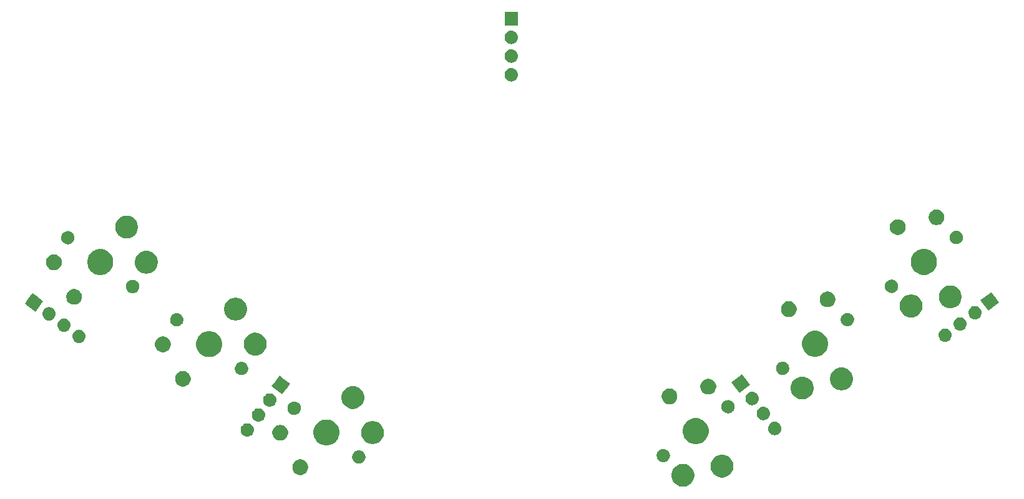
<source format=gbr>
G04 #@! TF.GenerationSoftware,KiCad,Pcbnew,(5.1.4)-1*
G04 #@! TF.CreationDate,2023-12-29T13:04:59-05:00*
G04 #@! TF.ProjectId,ThumbsUp,5468756d-6273-4557-902e-6b696361645f,rev?*
G04 #@! TF.SameCoordinates,Original*
G04 #@! TF.FileFunction,Soldermask,Top*
G04 #@! TF.FilePolarity,Negative*
%FSLAX46Y46*%
G04 Gerber Fmt 4.6, Leading zero omitted, Abs format (unit mm)*
G04 Created by KiCad (PCBNEW (5.1.4)-1) date 2023-12-29 13:04:59*
%MOMM*%
%LPD*%
G04 APERTURE LIST*
%ADD10C,0.100000*%
G04 APERTURE END LIST*
D10*
G36*
X178206214Y97177240D02*
G01*
X178356039Y97147438D01*
X178638303Y97030521D01*
X178892334Y96860783D01*
X179108370Y96644747D01*
X179278108Y96390716D01*
X179395025Y96108452D01*
X179454629Y95808802D01*
X179454629Y95503282D01*
X179395025Y95203632D01*
X179278108Y94921368D01*
X179108370Y94667337D01*
X178892334Y94451301D01*
X178638303Y94281563D01*
X178356039Y94164646D01*
X178206214Y94134844D01*
X178056390Y94105042D01*
X177750868Y94105042D01*
X177601044Y94134844D01*
X177451219Y94164646D01*
X177168955Y94281563D01*
X176914924Y94451301D01*
X176698888Y94667337D01*
X176529150Y94921368D01*
X176412233Y95203632D01*
X176352629Y95503282D01*
X176352629Y95808802D01*
X176412233Y96108452D01*
X176529150Y96390716D01*
X176698888Y96644747D01*
X176914924Y96860783D01*
X177168955Y97030521D01*
X177451219Y97147438D01*
X177601044Y97177240D01*
X177750868Y97207042D01*
X178056390Y97207042D01*
X178206214Y97177240D01*
X178206214Y97177240D01*
G37*
G36*
X183523384Y98429317D02*
G01*
X183673209Y98399515D01*
X183955473Y98282598D01*
X184209504Y98112860D01*
X184425540Y97896824D01*
X184595278Y97642793D01*
X184712195Y97360529D01*
X184771799Y97060879D01*
X184771799Y96755359D01*
X184712195Y96455709D01*
X184595278Y96173445D01*
X184425540Y95919414D01*
X184209504Y95703378D01*
X183955473Y95533640D01*
X183673209Y95416723D01*
X183523384Y95386921D01*
X183373560Y95357119D01*
X183068038Y95357119D01*
X182918214Y95386921D01*
X182768389Y95416723D01*
X182486125Y95533640D01*
X182232094Y95703378D01*
X182016058Y95919414D01*
X181846320Y96173445D01*
X181729403Y96455709D01*
X181669799Y96755359D01*
X181669799Y97060879D01*
X181729403Y97360529D01*
X181846320Y97642793D01*
X182016058Y97896824D01*
X182232094Y98112860D01*
X182486125Y98282598D01*
X182768389Y98399515D01*
X182918214Y98429317D01*
X183068038Y98459119D01*
X183373560Y98459119D01*
X183523384Y98429317D01*
X183523384Y98429317D01*
G37*
G36*
X126310522Y97784047D02*
G01*
X126504703Y97703614D01*
X126504705Y97703613D01*
X126679464Y97586843D01*
X126828084Y97438223D01*
X126879840Y97360764D01*
X126944855Y97263462D01*
X127025288Y97069281D01*
X127066291Y96863142D01*
X127066291Y96652958D01*
X127025288Y96446819D01*
X127002049Y96390716D01*
X126944854Y96252636D01*
X126828084Y96077877D01*
X126679464Y95929257D01*
X126504705Y95812487D01*
X126504704Y95812486D01*
X126504703Y95812486D01*
X126310522Y95732053D01*
X126104383Y95691050D01*
X125894199Y95691050D01*
X125688060Y95732053D01*
X125493879Y95812486D01*
X125493878Y95812486D01*
X125493877Y95812487D01*
X125319118Y95929257D01*
X125170498Y96077877D01*
X125053728Y96252636D01*
X124996533Y96390716D01*
X124973294Y96446819D01*
X124932291Y96652958D01*
X124932291Y96863142D01*
X124973294Y97069281D01*
X125053727Y97263462D01*
X125118742Y97360764D01*
X125170498Y97438223D01*
X125319118Y97586843D01*
X125493877Y97703613D01*
X125493879Y97703614D01*
X125688060Y97784047D01*
X125894199Y97825050D01*
X126104383Y97825050D01*
X126310522Y97784047D01*
X126310522Y97784047D01*
G37*
G36*
X134118447Y99044587D02*
G01*
X134205570Y99027258D01*
X134314993Y98981933D01*
X134369706Y98959270D01*
X134516428Y98861234D01*
X134517423Y98860569D01*
X134643047Y98734945D01*
X134643049Y98734942D01*
X134741748Y98587228D01*
X134741748Y98587227D01*
X134809736Y98423092D01*
X134827066Y98335969D01*
X134841941Y98261186D01*
X134844395Y98248846D01*
X134844395Y98071188D01*
X134809736Y97896942D01*
X134779957Y97825050D01*
X134741748Y97732806D01*
X134686060Y97649463D01*
X134643047Y97585089D01*
X134517423Y97459465D01*
X134517420Y97459463D01*
X134369706Y97360764D01*
X134314993Y97338101D01*
X134205570Y97292776D01*
X134118447Y97275447D01*
X134031326Y97258117D01*
X133853664Y97258117D01*
X133766543Y97275447D01*
X133679420Y97292776D01*
X133569997Y97338101D01*
X133515284Y97360764D01*
X133367570Y97459463D01*
X133367567Y97459465D01*
X133241943Y97585089D01*
X133198930Y97649463D01*
X133143242Y97732806D01*
X133105033Y97825050D01*
X133075254Y97896942D01*
X133040595Y98071188D01*
X133040595Y98248846D01*
X133043050Y98261186D01*
X133057925Y98335969D01*
X133075254Y98423092D01*
X133143242Y98587227D01*
X133143242Y98587228D01*
X133241941Y98734942D01*
X133241943Y98734945D01*
X133367567Y98860569D01*
X133368562Y98861234D01*
X133515284Y98959270D01*
X133569997Y98981933D01*
X133679420Y99027258D01*
X133766543Y99044588D01*
X133853664Y99061917D01*
X134031326Y99061917D01*
X134118447Y99044587D01*
X134118447Y99044587D01*
G37*
G36*
X175423457Y99234587D02*
G01*
X175510580Y99217258D01*
X175620003Y99171933D01*
X175674716Y99149270D01*
X175805449Y99061917D01*
X175822433Y99050569D01*
X175948057Y98924945D01*
X175948059Y98924942D01*
X176046758Y98777228D01*
X176046758Y98777227D01*
X176114746Y98613092D01*
X176132075Y98525969D01*
X176149405Y98438848D01*
X176149405Y98261186D01*
X176146950Y98248846D01*
X176114746Y98086942D01*
X176069421Y97977519D01*
X176046758Y97922806D01*
X175954042Y97784046D01*
X175948057Y97775089D01*
X175822433Y97649465D01*
X175822430Y97649463D01*
X175674716Y97550764D01*
X175620003Y97528101D01*
X175510580Y97482776D01*
X175423457Y97465447D01*
X175336336Y97448117D01*
X175158674Y97448117D01*
X175071553Y97465447D01*
X174984430Y97482776D01*
X174875007Y97528101D01*
X174820294Y97550764D01*
X174672580Y97649463D01*
X174672577Y97649465D01*
X174546953Y97775089D01*
X174540968Y97784046D01*
X174448252Y97922806D01*
X174425589Y97977519D01*
X174380264Y98086942D01*
X174348060Y98248846D01*
X174345605Y98261186D01*
X174345605Y98438848D01*
X174362935Y98525969D01*
X174380264Y98613092D01*
X174448252Y98777227D01*
X174448252Y98777228D01*
X174546951Y98924942D01*
X174546953Y98924945D01*
X174672577Y99050569D01*
X174689561Y99061917D01*
X174820294Y99149270D01*
X174875007Y99171933D01*
X174984430Y99217258D01*
X175071553Y99234587D01*
X175158674Y99251917D01*
X175336336Y99251917D01*
X175423457Y99234587D01*
X175423457Y99234587D01*
G37*
G36*
X130064976Y103167653D02*
G01*
X130386276Y103034566D01*
X130386278Y103034565D01*
X130675440Y102841353D01*
X130921353Y102595440D01*
X131104359Y102321553D01*
X131114566Y102306276D01*
X131247653Y101984976D01*
X131315500Y101643888D01*
X131315500Y101296112D01*
X131247653Y100955024D01*
X131168564Y100764087D01*
X131114565Y100633722D01*
X130921353Y100344560D01*
X130675440Y100098647D01*
X130386278Y99905435D01*
X130386277Y99905434D01*
X130386276Y99905434D01*
X130064976Y99772347D01*
X129723888Y99704500D01*
X129376112Y99704500D01*
X129035024Y99772347D01*
X128713724Y99905434D01*
X128713723Y99905434D01*
X128713722Y99905435D01*
X128424560Y100098647D01*
X128178647Y100344560D01*
X127985435Y100633722D01*
X127931436Y100764087D01*
X127852347Y100955024D01*
X127784500Y101296112D01*
X127784500Y101643888D01*
X127852347Y101984976D01*
X127985434Y102306276D01*
X127995642Y102321553D01*
X128178647Y102595440D01*
X128424560Y102841353D01*
X128713722Y103034565D01*
X128713724Y103034566D01*
X129035024Y103167653D01*
X129376112Y103235500D01*
X129723888Y103235500D01*
X130064976Y103167653D01*
X130064976Y103167653D01*
G37*
G36*
X180154976Y103357653D02*
G01*
X180449879Y103235500D01*
X180476278Y103224565D01*
X180765440Y103031353D01*
X181011353Y102785440D01*
X181188610Y102520157D01*
X181204566Y102496276D01*
X181337653Y102174976D01*
X181405500Y101833888D01*
X181405500Y101486112D01*
X181337653Y101145024D01*
X181270176Y100982121D01*
X181204565Y100823722D01*
X181011353Y100534560D01*
X180765440Y100288647D01*
X180476278Y100095435D01*
X180476277Y100095434D01*
X180476276Y100095434D01*
X180154976Y99962347D01*
X179813888Y99894500D01*
X179466112Y99894500D01*
X179125024Y99962347D01*
X178803724Y100095434D01*
X178803723Y100095434D01*
X178803722Y100095435D01*
X178514560Y100288647D01*
X178268647Y100534560D01*
X178075435Y100823722D01*
X178009824Y100982121D01*
X177942347Y101145024D01*
X177874500Y101486112D01*
X177874500Y101833888D01*
X177942347Y102174976D01*
X178075434Y102496276D01*
X178091391Y102520157D01*
X178268647Y102785440D01*
X178514560Y103031353D01*
X178803722Y103224565D01*
X178830121Y103235500D01*
X179125024Y103357653D01*
X179466112Y103425500D01*
X179813888Y103425500D01*
X180154976Y103357653D01*
X180154976Y103357653D01*
G37*
G36*
X136102569Y102977006D02*
G01*
X136252394Y102947204D01*
X136534658Y102830287D01*
X136788689Y102660549D01*
X137004725Y102444513D01*
X137174463Y102190482D01*
X137274208Y101949674D01*
X137291380Y101908217D01*
X137350984Y101608569D01*
X137350984Y101303047D01*
X137343294Y101264388D01*
X137291380Y101003398D01*
X137174463Y100721134D01*
X137004725Y100467103D01*
X136788689Y100251067D01*
X136534658Y100081329D01*
X136252394Y99964412D01*
X136102569Y99934610D01*
X135952745Y99904808D01*
X135647223Y99904808D01*
X135497399Y99934610D01*
X135347574Y99964412D01*
X135065310Y100081329D01*
X134811279Y100251067D01*
X134595243Y100467103D01*
X134425505Y100721134D01*
X134308588Y101003398D01*
X134256674Y101264388D01*
X134248984Y101303047D01*
X134248984Y101608569D01*
X134308588Y101908217D01*
X134325760Y101949674D01*
X134425505Y102190482D01*
X134595243Y102444513D01*
X134811279Y102660549D01*
X135065310Y102830287D01*
X135347574Y102947204D01*
X135497399Y102977006D01*
X135647223Y103006808D01*
X135952745Y103006808D01*
X136102569Y102977006D01*
X136102569Y102977006D01*
G37*
G36*
X123581156Y102470257D02*
G01*
X123775337Y102389824D01*
X123775339Y102389823D01*
X123950098Y102273053D01*
X124098718Y102124433D01*
X124191899Y101984977D01*
X124215489Y101949672D01*
X124295922Y101755491D01*
X124336925Y101549352D01*
X124336925Y101339168D01*
X124295922Y101133029D01*
X124233414Y100982122D01*
X124215488Y100938846D01*
X124098718Y100764087D01*
X123950098Y100615467D01*
X123775339Y100498697D01*
X123775338Y100498696D01*
X123775337Y100498696D01*
X123581156Y100418263D01*
X123375017Y100377260D01*
X123164833Y100377260D01*
X122958694Y100418263D01*
X122764513Y100498696D01*
X122764512Y100498696D01*
X122764511Y100498697D01*
X122589752Y100615467D01*
X122441132Y100764087D01*
X122324362Y100938846D01*
X122306436Y100982122D01*
X122243928Y101133029D01*
X122202925Y101339168D01*
X122202925Y101549352D01*
X122243928Y101755491D01*
X122324361Y101949672D01*
X122347951Y101984977D01*
X122441132Y102124433D01*
X122589752Y102273053D01*
X122764511Y102389823D01*
X122764513Y102389824D01*
X122958694Y102470257D01*
X123164833Y102511260D01*
X123375017Y102511260D01*
X123581156Y102470257D01*
X123581156Y102470257D01*
G37*
G36*
X118914726Y102713046D02*
G01*
X118980911Y102706527D01*
X119150750Y102655007D01*
X119307275Y102571342D01*
X119343013Y102542012D01*
X119444470Y102458750D01*
X119522530Y102363632D01*
X119557062Y102321555D01*
X119640727Y102165030D01*
X119692247Y101995191D01*
X119709643Y101818564D01*
X119692247Y101641937D01*
X119640727Y101472098D01*
X119557062Y101315573D01*
X119527732Y101279835D01*
X119444470Y101178378D01*
X119368663Y101116166D01*
X119307275Y101065786D01*
X119150750Y100982121D01*
X118980911Y100930601D01*
X118914726Y100924082D01*
X118848544Y100917564D01*
X118760024Y100917564D01*
X118693841Y100924083D01*
X118627657Y100930601D01*
X118457818Y100982121D01*
X118301293Y101065786D01*
X118239905Y101116166D01*
X118164098Y101178378D01*
X118080836Y101279835D01*
X118051506Y101315573D01*
X117967841Y101472098D01*
X117916321Y101641937D01*
X117898925Y101818564D01*
X117916321Y101995191D01*
X117967841Y102165030D01*
X118051506Y102321555D01*
X118086038Y102363632D01*
X118164098Y102458750D01*
X118265555Y102542012D01*
X118301293Y102571342D01*
X118457818Y102655007D01*
X118627657Y102706527D01*
X118693842Y102713046D01*
X118760024Y102719564D01*
X118848544Y102719564D01*
X118914726Y102713046D01*
X118914726Y102713046D01*
G37*
G36*
X190474086Y102911647D02*
G01*
X190540270Y102905129D01*
X190710109Y102853609D01*
X190866634Y102769944D01*
X190902372Y102740614D01*
X191003829Y102657352D01*
X191087091Y102555895D01*
X191116421Y102520157D01*
X191200086Y102363632D01*
X191251606Y102193793D01*
X191269002Y102017166D01*
X191251606Y101840539D01*
X191225807Y101755492D01*
X191200085Y101670698D01*
X191158254Y101592438D01*
X191116421Y101514175D01*
X191093391Y101486113D01*
X191003829Y101376980D01*
X190929003Y101315573D01*
X190866634Y101264388D01*
X190710109Y101180723D01*
X190540270Y101129203D01*
X190474085Y101122684D01*
X190407903Y101116166D01*
X190319383Y101116166D01*
X190253200Y101122685D01*
X190187016Y101129203D01*
X190017177Y101180723D01*
X189860652Y101264388D01*
X189798283Y101315573D01*
X189723457Y101376980D01*
X189633895Y101486113D01*
X189610865Y101514175D01*
X189569032Y101592438D01*
X189527201Y101670698D01*
X189501479Y101755492D01*
X189475680Y101840539D01*
X189458284Y102017166D01*
X189475680Y102193793D01*
X189527200Y102363632D01*
X189610865Y102520157D01*
X189640195Y102555895D01*
X189723457Y102657352D01*
X189824914Y102740614D01*
X189860652Y102769944D01*
X190017177Y102853609D01*
X190187016Y102905129D01*
X190253201Y102911648D01*
X190319383Y102918166D01*
X190407903Y102918166D01*
X190474086Y102911647D01*
X190474086Y102911647D01*
G37*
G36*
X120443336Y104741581D02*
G01*
X120509521Y104735062D01*
X120679360Y104683542D01*
X120835885Y104599877D01*
X120871623Y104570547D01*
X120973080Y104487285D01*
X121051140Y104392167D01*
X121085672Y104350090D01*
X121169337Y104193565D01*
X121220857Y104023726D01*
X121238253Y103847099D01*
X121220857Y103670472D01*
X121169337Y103500633D01*
X121085672Y103344108D01*
X121056342Y103308370D01*
X120973080Y103206913D01*
X120897273Y103144701D01*
X120835885Y103094321D01*
X120679360Y103010656D01*
X120509521Y102959136D01*
X120443337Y102952618D01*
X120377154Y102946099D01*
X120288634Y102946099D01*
X120222452Y102952617D01*
X120156267Y102959136D01*
X119986428Y103010656D01*
X119829903Y103094321D01*
X119768515Y103144701D01*
X119692708Y103206913D01*
X119609446Y103308370D01*
X119580116Y103344108D01*
X119496451Y103500633D01*
X119444931Y103670472D01*
X119427535Y103847099D01*
X119444931Y104023726D01*
X119496451Y104193565D01*
X119580116Y104350090D01*
X119614648Y104392167D01*
X119692708Y104487285D01*
X119794165Y104570547D01*
X119829903Y104599877D01*
X119986428Y104683542D01*
X120156267Y104735062D01*
X120222452Y104741581D01*
X120288634Y104748099D01*
X120377154Y104748099D01*
X120443336Y104741581D01*
X120443336Y104741581D01*
G37*
G36*
X188945475Y104940183D02*
G01*
X189011660Y104933664D01*
X189181499Y104882144D01*
X189181501Y104882143D01*
X189206441Y104868812D01*
X189338024Y104798479D01*
X189373762Y104769149D01*
X189475219Y104685887D01*
X189558481Y104584430D01*
X189587811Y104548692D01*
X189671476Y104392167D01*
X189722996Y104222328D01*
X189740392Y104045701D01*
X189722996Y103869074D01*
X189671476Y103699235D01*
X189587811Y103542710D01*
X189558481Y103506972D01*
X189475219Y103405515D01*
X189400393Y103344108D01*
X189338024Y103292923D01*
X189181499Y103209258D01*
X189011660Y103157738D01*
X188945476Y103151220D01*
X188879293Y103144701D01*
X188790773Y103144701D01*
X188724590Y103151220D01*
X188658406Y103157738D01*
X188488567Y103209258D01*
X188332042Y103292923D01*
X188269673Y103344108D01*
X188194847Y103405515D01*
X188111585Y103506972D01*
X188082255Y103542710D01*
X187998590Y103699235D01*
X187947070Y103869074D01*
X187929674Y104045701D01*
X187947070Y104222328D01*
X187998590Y104392167D01*
X188082255Y104548692D01*
X188111585Y104584430D01*
X188194847Y104685887D01*
X188296304Y104769149D01*
X188332042Y104798479D01*
X188463625Y104868812D01*
X188488565Y104882143D01*
X188488567Y104882144D01*
X188658406Y104933664D01*
X188724591Y104940183D01*
X188790773Y104946701D01*
X188879293Y104946701D01*
X188945475Y104940183D01*
X188945475Y104940183D01*
G37*
G36*
X125333457Y105664554D02*
G01*
X125420580Y105647224D01*
X125530003Y105601899D01*
X125584716Y105579236D01*
X125722445Y105487209D01*
X125732433Y105480535D01*
X125858057Y105354911D01*
X125858059Y105354908D01*
X125956758Y105207194D01*
X125956758Y105207193D01*
X126024746Y105043058D01*
X126024746Y105043056D01*
X126059405Y104868814D01*
X126059405Y104691152D01*
X126057891Y104683542D01*
X126024746Y104516908D01*
X126012475Y104487284D01*
X125956758Y104352772D01*
X125901070Y104269429D01*
X125858057Y104205055D01*
X125732433Y104079431D01*
X125732430Y104079429D01*
X125584716Y103980730D01*
X125530003Y103958067D01*
X125420580Y103912742D01*
X125333457Y103895413D01*
X125246336Y103878083D01*
X125068674Y103878083D01*
X124981553Y103895413D01*
X124894430Y103912742D01*
X124785007Y103958067D01*
X124730294Y103980730D01*
X124582580Y104079429D01*
X124582577Y104079431D01*
X124456953Y104205055D01*
X124413940Y104269429D01*
X124358252Y104352772D01*
X124302535Y104487284D01*
X124290264Y104516908D01*
X124257119Y104683542D01*
X124255605Y104691152D01*
X124255605Y104868814D01*
X124290264Y105043056D01*
X124290264Y105043058D01*
X124358252Y105207193D01*
X124358252Y105207194D01*
X124456951Y105354908D01*
X124456953Y105354911D01*
X124582577Y105480535D01*
X124592565Y105487209D01*
X124730294Y105579236D01*
X124785007Y105601899D01*
X124894430Y105647224D01*
X124981553Y105664554D01*
X125068674Y105681883D01*
X125246336Y105681883D01*
X125333457Y105664554D01*
X125333457Y105664554D01*
G37*
G36*
X184208447Y105854553D02*
G01*
X184295570Y105837224D01*
X184404993Y105791899D01*
X184459706Y105769236D01*
X184564810Y105699008D01*
X184607423Y105670535D01*
X184733047Y105544911D01*
X184733049Y105544908D01*
X184831748Y105397194D01*
X184831748Y105397193D01*
X184899736Y105233058D01*
X184909042Y105186272D01*
X184934395Y105058814D01*
X184934395Y104881152D01*
X184917950Y104798480D01*
X184899736Y104706908D01*
X184855402Y104599878D01*
X184831748Y104542772D01*
X184794672Y104487284D01*
X184733047Y104395055D01*
X184607423Y104269431D01*
X184607420Y104269429D01*
X184459706Y104170730D01*
X184404993Y104148067D01*
X184295570Y104102742D01*
X184208447Y104085412D01*
X184121326Y104068083D01*
X183943664Y104068083D01*
X183856543Y104085413D01*
X183769420Y104102742D01*
X183659997Y104148067D01*
X183605284Y104170730D01*
X183457570Y104269429D01*
X183457567Y104269431D01*
X183331943Y104395055D01*
X183270318Y104487284D01*
X183233242Y104542772D01*
X183209588Y104599878D01*
X183165254Y104706908D01*
X183147040Y104798480D01*
X183130595Y104881152D01*
X183130595Y105058814D01*
X183155948Y105186272D01*
X183165254Y105233058D01*
X183233242Y105397193D01*
X183233242Y105397194D01*
X183331941Y105544908D01*
X183331943Y105544911D01*
X183457567Y105670535D01*
X183500180Y105699008D01*
X183605284Y105769236D01*
X183659997Y105791899D01*
X183769420Y105837224D01*
X183856543Y105854553D01*
X183943664Y105871883D01*
X184121326Y105871883D01*
X184208447Y105854553D01*
X184208447Y105854553D01*
G37*
G36*
X133433384Y107743079D02*
G01*
X133583209Y107713277D01*
X133865473Y107596360D01*
X134119504Y107426622D01*
X134335540Y107210586D01*
X134505278Y106956555D01*
X134622195Y106674291D01*
X134681799Y106374641D01*
X134681799Y106069121D01*
X134622195Y105769471D01*
X134505278Y105487207D01*
X134335540Y105233176D01*
X134119504Y105017140D01*
X133865473Y104847402D01*
X133583209Y104730485D01*
X133464689Y104706910D01*
X133283560Y104670881D01*
X132978038Y104670881D01*
X132796909Y104706910D01*
X132678389Y104730485D01*
X132396125Y104847402D01*
X132142094Y105017140D01*
X131926058Y105233176D01*
X131756320Y105487207D01*
X131639403Y105769471D01*
X131579799Y106069121D01*
X131579799Y106374641D01*
X131639403Y106674291D01*
X131756320Y106956555D01*
X131926058Y107210586D01*
X132142094Y107426622D01*
X132396125Y107596360D01*
X132678389Y107713277D01*
X132828214Y107743079D01*
X132978038Y107772881D01*
X133283560Y107772881D01*
X133433384Y107743079D01*
X133433384Y107743079D01*
G37*
G36*
X121971946Y106770115D02*
G01*
X122038131Y106763596D01*
X122207970Y106712076D01*
X122364495Y106628411D01*
X122400233Y106599081D01*
X122501690Y106515819D01*
X122579750Y106420701D01*
X122614282Y106378624D01*
X122697947Y106222099D01*
X122749467Y106052260D01*
X122766863Y105875633D01*
X122749467Y105699006D01*
X122697947Y105529167D01*
X122614282Y105372642D01*
X122592379Y105345953D01*
X122501690Y105235447D01*
X122425883Y105173235D01*
X122364495Y105122855D01*
X122364493Y105122854D01*
X122215207Y105043058D01*
X122207970Y105039190D01*
X122038131Y104987670D01*
X121971946Y104981151D01*
X121905764Y104974633D01*
X121817244Y104974633D01*
X121751062Y104981151D01*
X121684877Y104987670D01*
X121515038Y105039190D01*
X121507802Y105043058D01*
X121358515Y105122854D01*
X121358513Y105122855D01*
X121297125Y105173235D01*
X121221318Y105235447D01*
X121130629Y105345953D01*
X121108726Y105372642D01*
X121025061Y105529167D01*
X120973541Y105699006D01*
X120956145Y105875633D01*
X120973541Y106052260D01*
X121025061Y106222099D01*
X121108726Y106378624D01*
X121143258Y106420701D01*
X121221318Y106515819D01*
X121322775Y106599081D01*
X121358513Y106628411D01*
X121515038Y106712076D01*
X121684877Y106763596D01*
X121751062Y106770115D01*
X121817244Y106776633D01*
X121905764Y106776633D01*
X121971946Y106770115D01*
X121971946Y106770115D01*
G37*
G36*
X187416866Y106968716D02*
G01*
X187483050Y106962198D01*
X187652889Y106910678D01*
X187809414Y106827013D01*
X187845152Y106797683D01*
X187946609Y106714421D01*
X188029871Y106612964D01*
X188059201Y106577226D01*
X188142866Y106420701D01*
X188194386Y106250862D01*
X188211782Y106074235D01*
X188194386Y105897608D01*
X188142866Y105727769D01*
X188059201Y105571244D01*
X188037590Y105544911D01*
X187946609Y105434049D01*
X187871783Y105372642D01*
X187809414Y105321457D01*
X187652889Y105237792D01*
X187483050Y105186272D01*
X187416865Y105179753D01*
X187350683Y105173235D01*
X187262163Y105173235D01*
X187195980Y105179754D01*
X187129796Y105186272D01*
X186959957Y105237792D01*
X186803432Y105321457D01*
X186741063Y105372642D01*
X186666237Y105434049D01*
X186575256Y105544911D01*
X186553645Y105571244D01*
X186469980Y105727769D01*
X186418460Y105897608D01*
X186401064Y106074235D01*
X186418460Y106250862D01*
X186469980Y106420701D01*
X186553645Y106577226D01*
X186582975Y106612964D01*
X186666237Y106714421D01*
X186767694Y106797683D01*
X186803432Y106827013D01*
X186959957Y106910678D01*
X187129796Y106962198D01*
X187195980Y106968716D01*
X187262163Y106975235D01*
X187350683Y106975235D01*
X187416866Y106968716D01*
X187416866Y106968716D01*
G37*
G36*
X176400522Y107397947D02*
G01*
X176594703Y107317514D01*
X176594705Y107317513D01*
X176769464Y107200743D01*
X176918084Y107052123D01*
X177012594Y106910678D01*
X177034855Y106877362D01*
X177115288Y106683181D01*
X177156291Y106477042D01*
X177156291Y106266858D01*
X177115288Y106060719D01*
X177038622Y105875633D01*
X177034854Y105866536D01*
X176918084Y105691777D01*
X176769464Y105543157D01*
X176594705Y105426387D01*
X176594704Y105426386D01*
X176594703Y105426386D01*
X176400522Y105345953D01*
X176194383Y105304950D01*
X175984199Y105304950D01*
X175778060Y105345953D01*
X175583879Y105426386D01*
X175583878Y105426386D01*
X175583877Y105426387D01*
X175409118Y105543157D01*
X175260498Y105691777D01*
X175143728Y105866536D01*
X175139960Y105875633D01*
X175063294Y106060719D01*
X175022291Y106266858D01*
X175022291Y106477042D01*
X175063294Y106683181D01*
X175143727Y106877362D01*
X175165988Y106910678D01*
X175260498Y107052123D01*
X175409118Y107200743D01*
X175583877Y107317513D01*
X175583879Y107317514D01*
X175778060Y107397947D01*
X175984199Y107438950D01*
X176194383Y107438950D01*
X176400522Y107397947D01*
X176400522Y107397947D01*
G37*
G36*
X194401245Y109018601D02*
G01*
X194551070Y108988799D01*
X194833334Y108871882D01*
X195087365Y108702144D01*
X195303401Y108486108D01*
X195473139Y108232077D01*
X195590056Y107949813D01*
X195649660Y107650163D01*
X195649660Y107344643D01*
X195590056Y107044993D01*
X195473139Y106762729D01*
X195303401Y106508698D01*
X195087365Y106292662D01*
X194833334Y106122924D01*
X194551070Y106006007D01*
X194401245Y105976205D01*
X194251421Y105946403D01*
X193945899Y105946403D01*
X193796075Y105976205D01*
X193646250Y106006007D01*
X193363986Y106122924D01*
X193109955Y106292662D01*
X192893919Y106508698D01*
X192724181Y106762729D01*
X192607264Y107044993D01*
X192547660Y107344643D01*
X192547660Y107650163D01*
X192607264Y107949813D01*
X192724181Y108232077D01*
X192893919Y108486108D01*
X193109955Y108702144D01*
X193363986Y108871882D01*
X193646250Y108988799D01*
X193796075Y109018601D01*
X193945899Y109048403D01*
X194251421Y109048403D01*
X194401245Y109018601D01*
X194401245Y109018601D01*
G37*
G36*
X181657511Y108729887D02*
G01*
X181846221Y108651720D01*
X181851694Y108649453D01*
X182026453Y108532683D01*
X182175073Y108384063D01*
X182276628Y108232075D01*
X182291844Y108209302D01*
X182372277Y108015121D01*
X182413280Y107808982D01*
X182413280Y107598798D01*
X182372277Y107392659D01*
X182296859Y107210586D01*
X182291843Y107198476D01*
X182175073Y107023717D01*
X182026453Y106875097D01*
X181851694Y106758327D01*
X181851693Y106758326D01*
X181851692Y106758326D01*
X181657511Y106677893D01*
X181451372Y106636890D01*
X181241188Y106636890D01*
X181035049Y106677893D01*
X180840868Y106758326D01*
X180840867Y106758326D01*
X180840866Y106758327D01*
X180666107Y106875097D01*
X180517487Y107023717D01*
X180400717Y107198476D01*
X180395701Y107210586D01*
X180320283Y107392659D01*
X180279280Y107598798D01*
X180279280Y107808982D01*
X180320283Y108015121D01*
X180400716Y108209302D01*
X180415932Y108232075D01*
X180517487Y108384063D01*
X180666107Y108532683D01*
X180840866Y108649453D01*
X180846339Y108651720D01*
X181035049Y108729887D01*
X181241188Y108770890D01*
X181451372Y108770890D01*
X181657511Y108729887D01*
X181657511Y108729887D01*
G37*
G36*
X123791484Y108729887D02*
G01*
X124651920Y108081503D01*
X124651920Y108081502D01*
X124288178Y107598800D01*
X123567450Y106642361D01*
X123567449Y106642361D01*
X122826451Y107200743D01*
X122128308Y107726831D01*
X122128308Y107726832D01*
X122594337Y108345273D01*
X123212778Y109165973D01*
X123212779Y109165973D01*
X123791484Y108729887D01*
X123791484Y108729887D01*
G37*
G36*
X186533769Y108596719D02*
G01*
X187039619Y107925434D01*
X187039619Y107925433D01*
X186339619Y107397946D01*
X185600478Y106840963D01*
X185600477Y106840963D01*
X184764900Y107949812D01*
X184516007Y108280104D01*
X184516007Y108280105D01*
X185535574Y109048403D01*
X185955148Y109364575D01*
X185955149Y109364575D01*
X186533769Y108596719D01*
X186533769Y108596719D01*
G37*
G36*
X199718415Y110270678D02*
G01*
X199868240Y110240876D01*
X200150504Y110123959D01*
X200404535Y109954221D01*
X200620571Y109738185D01*
X200790309Y109484154D01*
X200907226Y109201890D01*
X200966830Y108902240D01*
X200966830Y108596720D01*
X200907226Y108297070D01*
X200790309Y108014806D01*
X200620571Y107760775D01*
X200404535Y107544739D01*
X200150504Y107375001D01*
X199868240Y107258084D01*
X199718415Y107228282D01*
X199568591Y107198480D01*
X199263069Y107198480D01*
X199113245Y107228282D01*
X198963420Y107258084D01*
X198681156Y107375001D01*
X198427125Y107544739D01*
X198211089Y107760775D01*
X198041351Y108014806D01*
X197924434Y108297070D01*
X197864830Y108596720D01*
X197864830Y108902240D01*
X197924434Y109201890D01*
X198041351Y109484154D01*
X198211089Y109738185D01*
X198427125Y109954221D01*
X198681156Y110123959D01*
X198963420Y110240876D01*
X199113245Y110270678D01*
X199263069Y110300480D01*
X199568591Y110300480D01*
X199718415Y110270678D01*
X199718415Y110270678D01*
G37*
G36*
X110387786Y109782807D02*
G01*
X110581967Y109702374D01*
X110581969Y109702373D01*
X110756728Y109585603D01*
X110905348Y109436983D01*
X110935321Y109392125D01*
X111022119Y109262222D01*
X111102552Y109068041D01*
X111143555Y108861902D01*
X111143555Y108651718D01*
X111102552Y108445579D01*
X111022119Y108251398D01*
X111022118Y108251396D01*
X110905348Y108076637D01*
X110756728Y107928017D01*
X110581969Y107811247D01*
X110581968Y107811246D01*
X110581967Y107811246D01*
X110387786Y107730813D01*
X110181647Y107689810D01*
X109971463Y107689810D01*
X109765324Y107730813D01*
X109571143Y107811246D01*
X109571142Y107811246D01*
X109571141Y107811247D01*
X109396382Y107928017D01*
X109247762Y108076637D01*
X109130992Y108251396D01*
X109130991Y108251398D01*
X109050558Y108445579D01*
X109009555Y108651718D01*
X109009555Y108861902D01*
X109050558Y109068041D01*
X109130991Y109262222D01*
X109217789Y109392125D01*
X109247762Y109436983D01*
X109396382Y109585603D01*
X109571141Y109702373D01*
X109571143Y109702374D01*
X109765324Y109782807D01*
X109971463Y109823810D01*
X110181647Y109823810D01*
X110387786Y109782807D01*
X110387786Y109782807D01*
G37*
G36*
X118195711Y111043348D02*
G01*
X118282834Y111026018D01*
X118368264Y110990631D01*
X118446970Y110958030D01*
X118545893Y110891932D01*
X118594687Y110859329D01*
X118720311Y110733705D01*
X118720313Y110733702D01*
X118819012Y110585988D01*
X118819012Y110585987D01*
X118887000Y110421852D01*
X118887000Y110421850D01*
X118915175Y110280207D01*
X118921659Y110247606D01*
X118921659Y110069948D01*
X118887000Y109895702D01*
X118857221Y109823810D01*
X118819012Y109731566D01*
X118742096Y109616453D01*
X118720311Y109583849D01*
X118594687Y109458225D01*
X118594684Y109458223D01*
X118446970Y109359524D01*
X118392257Y109336861D01*
X118282834Y109291536D01*
X118195711Y109274206D01*
X118108590Y109256877D01*
X117930928Y109256877D01*
X117843807Y109274206D01*
X117756684Y109291536D01*
X117647261Y109336861D01*
X117592548Y109359524D01*
X117444834Y109458223D01*
X117444831Y109458225D01*
X117319207Y109583849D01*
X117297422Y109616453D01*
X117220506Y109731566D01*
X117182297Y109823810D01*
X117152518Y109895702D01*
X117117859Y110069948D01*
X117117859Y110247606D01*
X117124344Y110280207D01*
X117152518Y110421850D01*
X117152518Y110421852D01*
X117220506Y110585987D01*
X117220506Y110585988D01*
X117319205Y110733702D01*
X117319207Y110733705D01*
X117444831Y110859329D01*
X117493625Y110891932D01*
X117592548Y110958030D01*
X117671254Y110990631D01*
X117756684Y111026018D01*
X117843807Y111043348D01*
X117930928Y111060677D01*
X118108590Y111060677D01*
X118195711Y111043348D01*
X118195711Y111043348D01*
G37*
G36*
X191618488Y111075949D02*
G01*
X191705611Y111058619D01*
X191815034Y111013294D01*
X191869747Y110990631D01*
X192016469Y110892595D01*
X192017464Y110891930D01*
X192143088Y110766306D01*
X192143090Y110766303D01*
X192241789Y110618589D01*
X192241789Y110618588D01*
X192309777Y110454453D01*
X192316262Y110421850D01*
X192344436Y110280209D01*
X192344436Y110102547D01*
X192337951Y110069946D01*
X192309777Y109928303D01*
X192266494Y109823810D01*
X192241789Y109764167D01*
X192143753Y109617445D01*
X192143088Y109616450D01*
X192017464Y109490826D01*
X192017461Y109490824D01*
X191869747Y109392125D01*
X191815034Y109369462D01*
X191705611Y109324137D01*
X191618488Y109306808D01*
X191531367Y109289478D01*
X191353705Y109289478D01*
X191266584Y109306808D01*
X191179461Y109324137D01*
X191070038Y109369462D01*
X191015325Y109392125D01*
X190867611Y109490824D01*
X190867608Y109490826D01*
X190741984Y109616450D01*
X190741319Y109617445D01*
X190643283Y109764167D01*
X190618578Y109823810D01*
X190575295Y109928303D01*
X190547121Y110069946D01*
X190540636Y110102547D01*
X190540636Y110280209D01*
X190568810Y110421850D01*
X190575295Y110454453D01*
X190643283Y110618588D01*
X190643283Y110618589D01*
X190741982Y110766303D01*
X190741984Y110766306D01*
X190867608Y110891930D01*
X190868603Y110892595D01*
X191015325Y110990631D01*
X191070038Y111013294D01*
X191179461Y111058619D01*
X191266584Y111075949D01*
X191353705Y111093278D01*
X191531367Y111093278D01*
X191618488Y111075949D01*
X191618488Y111075949D01*
G37*
G36*
X114142240Y115166413D02*
G01*
X114463540Y115033326D01*
X114463542Y115033325D01*
X114752704Y114840113D01*
X114998617Y114594200D01*
X115171391Y114335626D01*
X115191830Y114305036D01*
X115324917Y113983736D01*
X115392764Y113642648D01*
X115392764Y113294872D01*
X115324917Y112953784D01*
X115245828Y112762847D01*
X115191829Y112632482D01*
X114998617Y112343320D01*
X114752704Y112097407D01*
X114463542Y111904195D01*
X114463541Y111904194D01*
X114463540Y111904194D01*
X114142240Y111771107D01*
X113801152Y111703260D01*
X113453376Y111703260D01*
X113112288Y111771107D01*
X112790988Y111904194D01*
X112790987Y111904194D01*
X112790986Y111904195D01*
X112501824Y112097407D01*
X112255911Y112343320D01*
X112062699Y112632482D01*
X112008700Y112762847D01*
X111929611Y112953784D01*
X111861764Y113294872D01*
X111861764Y113642648D01*
X111929611Y113983736D01*
X112062698Y114305036D01*
X112083138Y114335626D01*
X112255911Y114594200D01*
X112501824Y114840113D01*
X112790986Y115033325D01*
X112790988Y115033326D01*
X113112288Y115166413D01*
X113453376Y115234260D01*
X113801152Y115234260D01*
X114142240Y115166413D01*
X114142240Y115166413D01*
G37*
G36*
X196350007Y115199014D02*
G01*
X196671307Y115065927D01*
X196671309Y115065926D01*
X196960471Y114872714D01*
X197206384Y114626801D01*
X197365556Y114388584D01*
X197399597Y114337637D01*
X197532684Y114016337D01*
X197600531Y113675249D01*
X197600531Y113327473D01*
X197532684Y112986385D01*
X197399597Y112665085D01*
X197399596Y112665083D01*
X197206384Y112375921D01*
X196960471Y112130008D01*
X196671309Y111936796D01*
X196671308Y111936795D01*
X196671307Y111936795D01*
X196350007Y111803708D01*
X196008919Y111735861D01*
X195661143Y111735861D01*
X195320055Y111803708D01*
X194998755Y111936795D01*
X194998754Y111936795D01*
X194998753Y111936796D01*
X194709591Y112130008D01*
X194463678Y112375921D01*
X194270466Y112665083D01*
X194270465Y112665085D01*
X194137378Y112986385D01*
X194069531Y113327473D01*
X194069531Y113675249D01*
X194137378Y114016337D01*
X194270465Y114337637D01*
X194304507Y114388584D01*
X194463678Y114626801D01*
X194709591Y114872714D01*
X194998753Y115065926D01*
X194998755Y115065927D01*
X195320055Y115199014D01*
X195661143Y115266861D01*
X196008919Y115266861D01*
X196350007Y115199014D01*
X196350007Y115199014D01*
G37*
G36*
X120179833Y114975766D02*
G01*
X120329658Y114945964D01*
X120611922Y114829047D01*
X120865953Y114659309D01*
X121081989Y114443273D01*
X121251727Y114189242D01*
X121368644Y113906978D01*
X121368644Y113906977D01*
X121428248Y113607329D01*
X121428248Y113301807D01*
X121398446Y113151983D01*
X121368644Y113002158D01*
X121251727Y112719894D01*
X121081989Y112465863D01*
X120865953Y112249827D01*
X120611922Y112080089D01*
X120329658Y111963172D01*
X120197057Y111936796D01*
X120030009Y111903568D01*
X119724487Y111903568D01*
X119557439Y111936796D01*
X119424838Y111963172D01*
X119142574Y112080089D01*
X118888543Y112249827D01*
X118672507Y112465863D01*
X118502769Y112719894D01*
X118385852Y113002158D01*
X118356050Y113151983D01*
X118326248Y113301807D01*
X118326248Y113607329D01*
X118385852Y113906977D01*
X118385852Y113906978D01*
X118502769Y114189242D01*
X118672507Y114443273D01*
X118888543Y114659309D01*
X119142574Y114829047D01*
X119424838Y114945964D01*
X119574663Y114975766D01*
X119724487Y115005568D01*
X120030009Y115005568D01*
X120179833Y114975766D01*
X120179833Y114975766D01*
G37*
G36*
X107658420Y114469017D02*
G01*
X107852601Y114388584D01*
X107852603Y114388583D01*
X108027362Y114271813D01*
X108175982Y114123193D01*
X108269163Y113983737D01*
X108292753Y113948432D01*
X108373186Y113754251D01*
X108414189Y113548112D01*
X108414189Y113337928D01*
X108373186Y113131789D01*
X108312957Y112986385D01*
X108292752Y112937606D01*
X108175982Y112762847D01*
X108027362Y112614227D01*
X107852603Y112497457D01*
X107852602Y112497456D01*
X107852601Y112497456D01*
X107658420Y112417023D01*
X107452281Y112376020D01*
X107242097Y112376020D01*
X107035958Y112417023D01*
X106841777Y112497456D01*
X106841776Y112497456D01*
X106841775Y112497457D01*
X106667016Y112614227D01*
X106518396Y112762847D01*
X106401626Y112937606D01*
X106381421Y112986385D01*
X106321192Y113131789D01*
X106280189Y113337928D01*
X106280189Y113548112D01*
X106321192Y113754251D01*
X106401625Y113948432D01*
X106425215Y113983737D01*
X106518396Y114123193D01*
X106667016Y114271813D01*
X106841775Y114388583D01*
X106841777Y114388584D01*
X107035958Y114469017D01*
X107242097Y114510020D01*
X107452281Y114510020D01*
X107658420Y114469017D01*
X107658420Y114469017D01*
G37*
G36*
X96073060Y115422971D02*
G01*
X96139245Y115416452D01*
X96309084Y115364932D01*
X96465609Y115281267D01*
X96501347Y115251937D01*
X96602804Y115168675D01*
X96686066Y115067218D01*
X96715396Y115031480D01*
X96799061Y114874955D01*
X96850581Y114705116D01*
X96867977Y114528489D01*
X96850581Y114351862D01*
X96799061Y114182023D01*
X96715396Y114025498D01*
X96686066Y113989760D01*
X96602804Y113888303D01*
X96501347Y113805041D01*
X96465609Y113775711D01*
X96309084Y113692046D01*
X96139245Y113640526D01*
X96073061Y113634008D01*
X96006878Y113627489D01*
X95918358Y113627489D01*
X95852175Y113634008D01*
X95785991Y113640526D01*
X95616152Y113692046D01*
X95459627Y113775711D01*
X95423889Y113805041D01*
X95322432Y113888303D01*
X95239170Y113989760D01*
X95209840Y114025498D01*
X95126175Y114182023D01*
X95074655Y114351862D01*
X95057259Y114528489D01*
X95074655Y114705116D01*
X95126175Y114874955D01*
X95209840Y115031480D01*
X95239170Y115067218D01*
X95322432Y115168675D01*
X95423889Y115251937D01*
X95459627Y115281267D01*
X95616152Y115364932D01*
X95785991Y115416452D01*
X95852176Y115422971D01*
X95918358Y115429489D01*
X96006878Y115429489D01*
X96073060Y115422971D01*
X96073060Y115422971D01*
G37*
G36*
X213595584Y115576575D02*
G01*
X213661768Y115570057D01*
X213831607Y115518537D01*
X213988132Y115434872D01*
X214023870Y115405542D01*
X214125327Y115322280D01*
X214197562Y115234260D01*
X214237919Y115185085D01*
X214321584Y115028560D01*
X214373104Y114858721D01*
X214390500Y114682094D01*
X214373104Y114505467D01*
X214321584Y114335628D01*
X214237919Y114179103D01*
X214208589Y114143365D01*
X214125327Y114041908D01*
X214023870Y113958646D01*
X213988132Y113929316D01*
X213831607Y113845651D01*
X213661768Y113794131D01*
X213595584Y113787613D01*
X213529401Y113781094D01*
X213440881Y113781094D01*
X213374698Y113787613D01*
X213308514Y113794131D01*
X213138675Y113845651D01*
X212982150Y113929316D01*
X212946412Y113958646D01*
X212844955Y114041908D01*
X212761693Y114143365D01*
X212732363Y114179103D01*
X212648698Y114335628D01*
X212597178Y114505467D01*
X212579782Y114682094D01*
X212597178Y114858721D01*
X212648698Y115028560D01*
X212732363Y115185085D01*
X212772720Y115234260D01*
X212844955Y115322280D01*
X212946412Y115405542D01*
X212982150Y115434872D01*
X213138675Y115518537D01*
X213308514Y115570057D01*
X213374698Y115576575D01*
X213440881Y115583094D01*
X213529401Y115583094D01*
X213595584Y115576575D01*
X213595584Y115576575D01*
G37*
G36*
X94044525Y116951581D02*
G01*
X94110710Y116945062D01*
X94280549Y116893542D01*
X94437074Y116809877D01*
X94472812Y116780547D01*
X94574269Y116697285D01*
X94657531Y116595828D01*
X94686861Y116560090D01*
X94770526Y116403565D01*
X94822046Y116233726D01*
X94839442Y116057099D01*
X94822046Y115880472D01*
X94770526Y115710633D01*
X94686861Y115554108D01*
X94657668Y115518537D01*
X94574269Y115416913D01*
X94472812Y115333651D01*
X94437074Y115304321D01*
X94280549Y115220656D01*
X94110710Y115169136D01*
X94044525Y115162617D01*
X93978343Y115156099D01*
X93889823Y115156099D01*
X93823641Y115162617D01*
X93757456Y115169136D01*
X93587617Y115220656D01*
X93431092Y115304321D01*
X93395354Y115333651D01*
X93293897Y115416913D01*
X93210498Y115518537D01*
X93181305Y115554108D01*
X93097640Y115710633D01*
X93046120Y115880472D01*
X93028724Y116057099D01*
X93046120Y116233726D01*
X93097640Y116403565D01*
X93181305Y116560090D01*
X93210635Y116595828D01*
X93293897Y116697285D01*
X93395354Y116780547D01*
X93431092Y116809877D01*
X93587617Y116893542D01*
X93757456Y116945062D01*
X93823641Y116951581D01*
X93889823Y116958099D01*
X93978343Y116958099D01*
X94044525Y116951581D01*
X94044525Y116951581D01*
G37*
G36*
X215624118Y117105186D02*
G01*
X215690303Y117098667D01*
X215860142Y117047147D01*
X216016667Y116963482D01*
X216052405Y116934152D01*
X216153862Y116850890D01*
X216237124Y116749433D01*
X216266454Y116713695D01*
X216350119Y116557170D01*
X216401639Y116387331D01*
X216419035Y116210704D01*
X216401639Y116034077D01*
X216350119Y115864238D01*
X216266454Y115707713D01*
X216237124Y115671975D01*
X216153862Y115570518D01*
X216052405Y115487256D01*
X216016667Y115457926D01*
X215860142Y115374261D01*
X215690303Y115322741D01*
X215624119Y115316223D01*
X215557936Y115309704D01*
X215469416Y115309704D01*
X215403233Y115316223D01*
X215337049Y115322741D01*
X215167210Y115374261D01*
X215010685Y115457926D01*
X214974947Y115487256D01*
X214873490Y115570518D01*
X214790228Y115671975D01*
X214760898Y115707713D01*
X214677233Y115864238D01*
X214625713Y116034077D01*
X214608317Y116210704D01*
X214625713Y116387331D01*
X214677233Y116557170D01*
X214760898Y116713695D01*
X214790228Y116749433D01*
X214873490Y116850890D01*
X214974947Y116934152D01*
X215010685Y116963482D01*
X215167210Y117047147D01*
X215337049Y117098667D01*
X215403234Y117105186D01*
X215469416Y117111704D01*
X215557936Y117111704D01*
X215624118Y117105186D01*
X215624118Y117105186D01*
G37*
G36*
X109410721Y117663313D02*
G01*
X109497844Y117645984D01*
X109583274Y117610597D01*
X109661980Y117577996D01*
X109760903Y117511898D01*
X109809697Y117479295D01*
X109935321Y117353671D01*
X109935323Y117353668D01*
X110034022Y117205954D01*
X110041743Y117187314D01*
X110102010Y117041818D01*
X110102010Y117041816D01*
X110131504Y116893542D01*
X110136669Y116867572D01*
X110136669Y116689914D01*
X110102010Y116515668D01*
X110056685Y116406245D01*
X110034022Y116351532D01*
X109957106Y116236419D01*
X109935321Y116203815D01*
X109809697Y116078191D01*
X109809694Y116078189D01*
X109661980Y115979490D01*
X109607267Y115956827D01*
X109497844Y115911502D01*
X109410721Y115894173D01*
X109323600Y115876843D01*
X109145938Y115876843D01*
X109058817Y115894173D01*
X108971694Y115911502D01*
X108862271Y115956827D01*
X108807558Y115979490D01*
X108659844Y116078189D01*
X108659841Y116078191D01*
X108534217Y116203815D01*
X108512432Y116236419D01*
X108435516Y116351532D01*
X108412853Y116406245D01*
X108367528Y116515668D01*
X108332869Y116689914D01*
X108332869Y116867572D01*
X108338035Y116893542D01*
X108367528Y117041816D01*
X108367528Y117041818D01*
X108427795Y117187314D01*
X108435516Y117205954D01*
X108534215Y117353668D01*
X108534217Y117353671D01*
X108659841Y117479295D01*
X108708635Y117511898D01*
X108807558Y117577996D01*
X108886264Y117610597D01*
X108971694Y117645984D01*
X109058817Y117663313D01*
X109145938Y117680643D01*
X109323600Y117680643D01*
X109410721Y117663313D01*
X109410721Y117663313D01*
G37*
G36*
X200403478Y117695915D02*
G01*
X200490601Y117678585D01*
X200578255Y117642277D01*
X200654737Y117610597D01*
X200770661Y117533139D01*
X200802454Y117511896D01*
X200928078Y117386272D01*
X200928080Y117386269D01*
X201026779Y117238555D01*
X201040283Y117205954D01*
X201094767Y117074419D01*
X201101252Y117041816D01*
X201129426Y116900175D01*
X201129426Y116722513D01*
X201122941Y116689912D01*
X201094767Y116548269D01*
X201049442Y116438846D01*
X201026779Y116384133D01*
X200928743Y116237411D01*
X200928078Y116236416D01*
X200802454Y116110792D01*
X200802451Y116110790D01*
X200654737Y116012091D01*
X200600024Y115989428D01*
X200490601Y115944103D01*
X200403478Y115926774D01*
X200316357Y115909444D01*
X200138695Y115909444D01*
X200051574Y115926774D01*
X199964451Y115944103D01*
X199855028Y115989428D01*
X199800315Y116012091D01*
X199652601Y116110790D01*
X199652598Y116110792D01*
X199526974Y116236416D01*
X199526309Y116237411D01*
X199428273Y116384133D01*
X199405610Y116438846D01*
X199360285Y116548269D01*
X199332111Y116689912D01*
X199325626Y116722513D01*
X199325626Y116900175D01*
X199353800Y117041816D01*
X199360285Y117074419D01*
X199414769Y117205954D01*
X199428273Y117238555D01*
X199526972Y117386269D01*
X199526974Y117386272D01*
X199652598Y117511896D01*
X199684391Y117533139D01*
X199800315Y117610597D01*
X199876797Y117642277D01*
X199964451Y117678585D01*
X200051574Y117695915D01*
X200138695Y117713244D01*
X200316357Y117713244D01*
X200403478Y117695915D01*
X200403478Y117695915D01*
G37*
G36*
X117510648Y119741839D02*
G01*
X117660473Y119712037D01*
X117942737Y119595120D01*
X118196768Y119425382D01*
X118412804Y119209346D01*
X118582542Y118955315D01*
X118699459Y118673051D01*
X118759063Y118373401D01*
X118759063Y118067881D01*
X118699459Y117768231D01*
X118582542Y117485967D01*
X118412804Y117231936D01*
X118196768Y117015900D01*
X117942737Y116846162D01*
X117660473Y116729245D01*
X117510648Y116699443D01*
X117360824Y116669641D01*
X117055302Y116669641D01*
X116905478Y116699443D01*
X116755653Y116729245D01*
X116473389Y116846162D01*
X116219358Y117015900D01*
X116003322Y117231936D01*
X115833584Y117485967D01*
X115716667Y117768231D01*
X115657063Y118067881D01*
X115657063Y118373401D01*
X115716667Y118673051D01*
X115833584Y118955315D01*
X116003322Y119209346D01*
X116219358Y119425382D01*
X116473389Y119595120D01*
X116755653Y119712037D01*
X116905478Y119741839D01*
X117055302Y119771641D01*
X117360824Y119771641D01*
X117510648Y119741839D01*
X117510648Y119741839D01*
G37*
G36*
X92015991Y118480191D02*
G01*
X92082176Y118473672D01*
X92252015Y118422152D01*
X92408540Y118338487D01*
X92444278Y118309157D01*
X92545735Y118225895D01*
X92628997Y118124438D01*
X92658327Y118088700D01*
X92741992Y117932175D01*
X92793512Y117762336D01*
X92810908Y117585709D01*
X92793512Y117409082D01*
X92741992Y117239243D01*
X92658327Y117082718D01*
X92651516Y117074419D01*
X92545735Y116945523D01*
X92450752Y116867574D01*
X92408540Y116832931D01*
X92252015Y116749266D01*
X92082176Y116697746D01*
X92015991Y116691227D01*
X91949809Y116684709D01*
X91861289Y116684709D01*
X91795107Y116691227D01*
X91728922Y116697746D01*
X91559083Y116749266D01*
X91402558Y116832931D01*
X91360346Y116867574D01*
X91265363Y116945523D01*
X91159582Y117074419D01*
X91152771Y117082718D01*
X91069106Y117239243D01*
X91017586Y117409082D01*
X91000190Y117585709D01*
X91017586Y117762336D01*
X91069106Y117932175D01*
X91152771Y118088700D01*
X91182101Y118124438D01*
X91265363Y118225895D01*
X91366820Y118309157D01*
X91402558Y118338487D01*
X91559083Y118422152D01*
X91728922Y118473672D01*
X91795107Y118480191D01*
X91861289Y118486709D01*
X91949809Y118486709D01*
X92015991Y118480191D01*
X92015991Y118480191D01*
G37*
G36*
X217652653Y118633795D02*
G01*
X217718837Y118627277D01*
X217888676Y118575757D01*
X218045201Y118492092D01*
X218080939Y118462762D01*
X218182396Y118379500D01*
X218265658Y118278043D01*
X218294988Y118242305D01*
X218378653Y118085780D01*
X218430173Y117915941D01*
X218447569Y117739314D01*
X218430173Y117562687D01*
X218378653Y117392848D01*
X218378652Y117392846D01*
X218357712Y117353671D01*
X218294988Y117236323D01*
X218270065Y117205954D01*
X218182396Y117099128D01*
X218080982Y117015901D01*
X218045201Y116986536D01*
X217888676Y116902871D01*
X217718837Y116851351D01*
X217666151Y116846162D01*
X217586470Y116838314D01*
X217497950Y116838314D01*
X217418269Y116846162D01*
X217365583Y116851351D01*
X217195744Y116902871D01*
X217039219Y116986536D01*
X217003438Y117015901D01*
X216902024Y117099128D01*
X216814355Y117205954D01*
X216789432Y117236323D01*
X216726708Y117353671D01*
X216705768Y117392846D01*
X216705767Y117392848D01*
X216654247Y117562687D01*
X216636851Y117739314D01*
X216654247Y117915941D01*
X216705767Y118085780D01*
X216789432Y118242305D01*
X216818762Y118278043D01*
X216902024Y118379500D01*
X217003481Y118462762D01*
X217039219Y118492092D01*
X217195744Y118575757D01*
X217365583Y118627277D01*
X217431767Y118633795D01*
X217497950Y118640314D01*
X217586470Y118640314D01*
X217652653Y118633795D01*
X217652653Y118633795D01*
G37*
G36*
X209176002Y120152179D02*
G01*
X209325827Y120122377D01*
X209608091Y120005460D01*
X209862122Y119835722D01*
X210078158Y119619686D01*
X210247896Y119365655D01*
X210364813Y119083391D01*
X210424417Y118783741D01*
X210424417Y118478221D01*
X210364813Y118178571D01*
X210247896Y117896307D01*
X210078158Y117642276D01*
X209862122Y117426240D01*
X209608091Y117256502D01*
X209325827Y117139585D01*
X209176002Y117109783D01*
X209026178Y117079981D01*
X208720656Y117079981D01*
X208570832Y117109783D01*
X208421007Y117139585D01*
X208138743Y117256502D01*
X207884712Y117426240D01*
X207668676Y117642276D01*
X207498938Y117896307D01*
X207382021Y118178571D01*
X207322417Y118478221D01*
X207322417Y118783741D01*
X207382021Y119083391D01*
X207498938Y119365655D01*
X207668676Y119619686D01*
X207884712Y119835722D01*
X208138743Y120005460D01*
X208421007Y120122377D01*
X208570832Y120152179D01*
X208720656Y120181981D01*
X209026178Y120181981D01*
X209176002Y120152179D01*
X209176002Y120152179D01*
G37*
G36*
X192595553Y119239308D02*
G01*
X192789734Y119158875D01*
X192789736Y119158874D01*
X192964495Y119042104D01*
X193113115Y118893484D01*
X193229885Y118718725D01*
X193229886Y118718723D01*
X193310319Y118524542D01*
X193351322Y118318403D01*
X193351322Y118108219D01*
X193310319Y117902080D01*
X193232100Y117713244D01*
X193229885Y117707897D01*
X193113115Y117533138D01*
X192964495Y117384518D01*
X192789736Y117267748D01*
X192789735Y117267747D01*
X192789734Y117267747D01*
X192595553Y117187314D01*
X192389414Y117146311D01*
X192179230Y117146311D01*
X191973091Y117187314D01*
X191778910Y117267747D01*
X191778909Y117267747D01*
X191778908Y117267748D01*
X191604149Y117384518D01*
X191455529Y117533138D01*
X191338759Y117707897D01*
X191336544Y117713244D01*
X191258325Y117902080D01*
X191217322Y118108219D01*
X191217322Y118318403D01*
X191258325Y118524542D01*
X191338758Y118718723D01*
X191338759Y118718725D01*
X191455529Y118893484D01*
X191604149Y119042104D01*
X191778908Y119158874D01*
X191778910Y119158875D01*
X191973091Y119239308D01*
X192179230Y119280311D01*
X192389414Y119280311D01*
X192595553Y119239308D01*
X192595553Y119239308D01*
G37*
G36*
X90131580Y120050665D02*
G01*
X91138821Y119291655D01*
X91138821Y119291654D01*
X90676639Y118678318D01*
X90054351Y117852513D01*
X90054350Y117852513D01*
X89409440Y118338488D01*
X88615209Y118936983D01*
X88615209Y118936984D01*
X89099120Y119579155D01*
X89699679Y120376125D01*
X89699680Y120376125D01*
X90131580Y120050665D01*
X90131580Y120050665D01*
G37*
G36*
X220350495Y119730297D02*
G01*
X220832550Y119090589D01*
X220832550Y119090588D01*
X220149345Y118575757D01*
X219393409Y118006118D01*
X219393408Y118006118D01*
X218724731Y118893483D01*
X218308938Y119445259D01*
X218308938Y119445260D01*
X219344250Y120225423D01*
X219748079Y120529730D01*
X219748080Y120529730D01*
X220350495Y119730297D01*
X220350495Y119730297D01*
G37*
G36*
X214493172Y121404256D02*
G01*
X214642997Y121374454D01*
X214925261Y121257537D01*
X215179292Y121087799D01*
X215395328Y120871763D01*
X215565066Y120617732D01*
X215681983Y120335468D01*
X215741587Y120035818D01*
X215741587Y119730298D01*
X215681983Y119430648D01*
X215565066Y119148384D01*
X215395328Y118894353D01*
X215179292Y118678317D01*
X214925261Y118508579D01*
X214642997Y118391662D01*
X214493172Y118361860D01*
X214343348Y118332058D01*
X214037826Y118332058D01*
X213888002Y118361860D01*
X213738177Y118391662D01*
X213455913Y118508579D01*
X213201882Y118678317D01*
X212985846Y118894353D01*
X212816108Y119148384D01*
X212699191Y119430648D01*
X212639587Y119730298D01*
X212639587Y120035818D01*
X212699191Y120335468D01*
X212816108Y120617732D01*
X212985846Y120871763D01*
X213201882Y121087799D01*
X213455913Y121257537D01*
X213738177Y121374454D01*
X213888002Y121404256D01*
X214037826Y121434058D01*
X214343348Y121434058D01*
X214493172Y121404256D01*
X214493172Y121404256D01*
G37*
G36*
X197852542Y120571248D02*
G01*
X198041204Y120493101D01*
X198046725Y120490814D01*
X198221484Y120374044D01*
X198370104Y120225424D01*
X198486874Y120050665D01*
X198486875Y120050663D01*
X198567308Y119856482D01*
X198608311Y119650343D01*
X198608311Y119440159D01*
X198567308Y119234020D01*
X198495886Y119061594D01*
X198486874Y119039837D01*
X198370104Y118865078D01*
X198221484Y118716458D01*
X198046725Y118599688D01*
X198046724Y118599687D01*
X198046723Y118599687D01*
X197852542Y118519254D01*
X197646403Y118478251D01*
X197436219Y118478251D01*
X197230080Y118519254D01*
X197035899Y118599687D01*
X197035898Y118599687D01*
X197035897Y118599688D01*
X196861138Y118716458D01*
X196712518Y118865078D01*
X196595748Y119039837D01*
X196586736Y119061594D01*
X196515314Y119234020D01*
X196474311Y119440159D01*
X196474311Y119650343D01*
X196515314Y119856482D01*
X196595747Y120050663D01*
X196595748Y120050665D01*
X196712518Y120225424D01*
X196861138Y120374044D01*
X197035897Y120490814D01*
X197041418Y120493101D01*
X197230080Y120571248D01*
X197436219Y120612251D01*
X197646403Y120612251D01*
X197852542Y120571248D01*
X197852542Y120571248D01*
G37*
G36*
X95613029Y120916384D02*
G01*
X95807210Y120835951D01*
X95807212Y120835950D01*
X95981971Y120719180D01*
X96130591Y120570560D01*
X96247361Y120395801D01*
X96247362Y120395799D01*
X96327795Y120201618D01*
X96368798Y119995479D01*
X96368798Y119785295D01*
X96327795Y119579156D01*
X96264099Y119425382D01*
X96247361Y119384973D01*
X96130591Y119210214D01*
X95981971Y119061594D01*
X95807212Y118944824D01*
X95807211Y118944823D01*
X95807210Y118944823D01*
X95613029Y118864390D01*
X95406890Y118823387D01*
X95196706Y118823387D01*
X94990567Y118864390D01*
X94796386Y118944823D01*
X94796385Y118944823D01*
X94796384Y118944824D01*
X94621625Y119061594D01*
X94473005Y119210214D01*
X94356235Y119384973D01*
X94339497Y119425382D01*
X94275801Y119579156D01*
X94234798Y119785295D01*
X94234798Y119995479D01*
X94275801Y120201618D01*
X94356234Y120395799D01*
X94356235Y120395801D01*
X94473005Y120570560D01*
X94621625Y120719180D01*
X94796384Y120835950D01*
X94796386Y120835951D01*
X94990567Y120916384D01*
X95196706Y120957387D01*
X95406890Y120957387D01*
X95613029Y120916384D01*
X95613029Y120916384D01*
G37*
G36*
X103420954Y122176925D02*
G01*
X103508077Y122159595D01*
X103593505Y122124209D01*
X103672213Y122091607D01*
X103771134Y122025510D01*
X103819930Y121992906D01*
X103945554Y121867282D01*
X103945556Y121867279D01*
X104044255Y121719565D01*
X104044255Y121719564D01*
X104112243Y121555429D01*
X104146902Y121381183D01*
X104146902Y121203525D01*
X104112243Y121029279D01*
X104082464Y120957387D01*
X104044255Y120865143D01*
X103967340Y120750031D01*
X103945554Y120717426D01*
X103819930Y120591802D01*
X103819927Y120591800D01*
X103672213Y120493101D01*
X103617500Y120470438D01*
X103508077Y120425113D01*
X103420954Y120407784D01*
X103333833Y120390454D01*
X103156171Y120390454D01*
X103069050Y120407784D01*
X102981927Y120425113D01*
X102872504Y120470438D01*
X102817791Y120493101D01*
X102670077Y120591800D01*
X102670074Y120591802D01*
X102544450Y120717426D01*
X102522664Y120750031D01*
X102445749Y120865143D01*
X102407540Y120957387D01*
X102377761Y121029279D01*
X102343102Y121203525D01*
X102343102Y121381183D01*
X102377761Y121555429D01*
X102445749Y121719564D01*
X102445749Y121719565D01*
X102544448Y121867279D01*
X102544450Y121867282D01*
X102670074Y121992906D01*
X102718870Y122025510D01*
X102817791Y122091607D01*
X102896499Y122124209D01*
X102981927Y122159595D01*
X103069050Y122176925D01*
X103156171Y122194254D01*
X103333833Y122194254D01*
X103420954Y122176925D01*
X103420954Y122176925D01*
G37*
G36*
X206393245Y122209527D02*
G01*
X206480368Y122192197D01*
X206589791Y122146872D01*
X206644504Y122124209D01*
X206791226Y122026173D01*
X206792221Y122025508D01*
X206917845Y121899884D01*
X206917847Y121899881D01*
X207016546Y121752167D01*
X207039209Y121697454D01*
X207084534Y121588031D01*
X207119193Y121413785D01*
X207119193Y121236127D01*
X207084534Y121061881D01*
X207041250Y120957387D01*
X207016546Y120897745D01*
X206975256Y120835950D01*
X206917845Y120750028D01*
X206792221Y120624404D01*
X206792218Y120624402D01*
X206644504Y120525703D01*
X206589791Y120503040D01*
X206480368Y120457715D01*
X206393245Y120440385D01*
X206306124Y120423056D01*
X206128462Y120423056D01*
X206041341Y120440385D01*
X205954218Y120457715D01*
X205844795Y120503040D01*
X205790082Y120525703D01*
X205642368Y120624402D01*
X205642365Y120624404D01*
X205516741Y120750028D01*
X205459330Y120835950D01*
X205418040Y120897745D01*
X205393336Y120957387D01*
X205350052Y121061881D01*
X205315393Y121236127D01*
X205315393Y121413785D01*
X205350052Y121588031D01*
X205395377Y121697454D01*
X205418040Y121752167D01*
X205516739Y121899881D01*
X205516741Y121899884D01*
X205642365Y122025508D01*
X205643360Y122026173D01*
X205790082Y122124209D01*
X205844795Y122146872D01*
X205954218Y122192197D01*
X206041341Y122209527D01*
X206128462Y122226856D01*
X206306124Y122226856D01*
X206393245Y122209527D01*
X206393245Y122209527D01*
G37*
G36*
X99367483Y126299990D02*
G01*
X99610077Y126199504D01*
X99688785Y126166902D01*
X99730326Y126139145D01*
X99977947Y125973690D01*
X100223860Y125727777D01*
X100417073Y125438613D01*
X100550160Y125117313D01*
X100618007Y124776225D01*
X100618007Y124428449D01*
X100550160Y124087361D01*
X100471071Y123896424D01*
X100417072Y123766059D01*
X100223860Y123476897D01*
X99977947Y123230984D01*
X99688785Y123037772D01*
X99688784Y123037771D01*
X99688783Y123037771D01*
X99367483Y122904684D01*
X99026395Y122836837D01*
X98678619Y122836837D01*
X98337531Y122904684D01*
X98016231Y123037771D01*
X98016230Y123037771D01*
X98016229Y123037772D01*
X97727067Y123230984D01*
X97481154Y123476897D01*
X97287942Y123766059D01*
X97233943Y123896424D01*
X97154854Y124087361D01*
X97087007Y124428449D01*
X97087007Y124776225D01*
X97154854Y125117313D01*
X97287941Y125438613D01*
X97481154Y125727777D01*
X97727067Y125973690D01*
X97974688Y126139145D01*
X98016229Y126166902D01*
X98094937Y126199504D01*
X98337531Y126299990D01*
X98678619Y126367837D01*
X99026395Y126367837D01*
X99367483Y126299990D01*
X99367483Y126299990D01*
G37*
G36*
X211124764Y126332592D02*
G01*
X211446064Y126199505D01*
X211446066Y126199504D01*
X211735228Y126006292D01*
X211981141Y125760379D01*
X212086570Y125602594D01*
X212174354Y125471215D01*
X212307441Y125149915D01*
X212375288Y124808827D01*
X212375288Y124461051D01*
X212307441Y124119963D01*
X212214848Y123896425D01*
X212174353Y123798661D01*
X211981141Y123509499D01*
X211735228Y123263586D01*
X211446066Y123070374D01*
X211446065Y123070373D01*
X211446064Y123070373D01*
X211124764Y122937286D01*
X210783676Y122869439D01*
X210435900Y122869439D01*
X210094812Y122937286D01*
X209773512Y123070373D01*
X209773511Y123070373D01*
X209773510Y123070374D01*
X209484348Y123263586D01*
X209238435Y123509499D01*
X209045223Y123798661D01*
X209004728Y123896425D01*
X208912135Y124119963D01*
X208844288Y124461051D01*
X208844288Y124808827D01*
X208912135Y125149915D01*
X209045222Y125471215D01*
X209133007Y125602594D01*
X209238435Y125760379D01*
X209484348Y126006292D01*
X209773510Y126199504D01*
X209773512Y126199505D01*
X210094812Y126332592D01*
X210435900Y126400439D01*
X210783676Y126400439D01*
X211124764Y126332592D01*
X211124764Y126332592D01*
G37*
G36*
X105405076Y126109343D02*
G01*
X105554901Y126079541D01*
X105837165Y125962624D01*
X106091196Y125792886D01*
X106307232Y125576850D01*
X106476970Y125322819D01*
X106576715Y125082011D01*
X106593887Y125040554D01*
X106653491Y124740906D01*
X106653491Y124435384D01*
X106623689Y124285560D01*
X106593887Y124135735D01*
X106476970Y123853471D01*
X106307232Y123599440D01*
X106091196Y123383404D01*
X105837165Y123213666D01*
X105554901Y123096749D01*
X105422305Y123070374D01*
X105255252Y123037145D01*
X104949730Y123037145D01*
X104782677Y123070374D01*
X104650081Y123096749D01*
X104367817Y123213666D01*
X104113786Y123383404D01*
X103897750Y123599440D01*
X103728012Y123853471D01*
X103611095Y124135735D01*
X103581293Y124285560D01*
X103551491Y124435384D01*
X103551491Y124740906D01*
X103611095Y125040554D01*
X103628267Y125082011D01*
X103728012Y125322819D01*
X103897750Y125576850D01*
X104113786Y125792886D01*
X104367817Y125962624D01*
X104650081Y126079541D01*
X104799906Y126109343D01*
X104949730Y126139145D01*
X105255252Y126139145D01*
X105405076Y126109343D01*
X105405076Y126109343D01*
G37*
G36*
X92883663Y125602594D02*
G01*
X93077844Y125522161D01*
X93077846Y125522160D01*
X93252605Y125405390D01*
X93401225Y125256770D01*
X93472622Y125149916D01*
X93517996Y125082009D01*
X93598429Y124887828D01*
X93639432Y124681689D01*
X93639432Y124471505D01*
X93598429Y124265366D01*
X93538200Y124119962D01*
X93517995Y124071183D01*
X93401225Y123896424D01*
X93252605Y123747804D01*
X93077846Y123631034D01*
X93077845Y123631033D01*
X93077844Y123631033D01*
X92883663Y123550600D01*
X92677524Y123509597D01*
X92467340Y123509597D01*
X92261201Y123550600D01*
X92067020Y123631033D01*
X92067019Y123631033D01*
X92067018Y123631034D01*
X91892259Y123747804D01*
X91743639Y123896424D01*
X91626869Y124071183D01*
X91606664Y124119962D01*
X91546435Y124265366D01*
X91505432Y124471505D01*
X91505432Y124681689D01*
X91546435Y124887828D01*
X91626868Y125082009D01*
X91672242Y125149916D01*
X91743639Y125256770D01*
X91892259Y125405390D01*
X92067018Y125522160D01*
X92067020Y125522161D01*
X92261201Y125602594D01*
X92467340Y125643597D01*
X92677524Y125643597D01*
X92883663Y125602594D01*
X92883663Y125602594D01*
G37*
G36*
X94635964Y128796891D02*
G01*
X94723087Y128779561D01*
X94808515Y128744175D01*
X94887223Y128711573D01*
X94954356Y128666716D01*
X95034940Y128612872D01*
X95160564Y128487248D01*
X95160566Y128487245D01*
X95259265Y128339531D01*
X95281928Y128284818D01*
X95327253Y128175395D01*
X95361912Y128001149D01*
X95361912Y127823491D01*
X95327253Y127649245D01*
X95281928Y127539822D01*
X95259265Y127485109D01*
X95182350Y127369997D01*
X95160564Y127337392D01*
X95034940Y127211768D01*
X95034937Y127211766D01*
X94887223Y127113067D01*
X94832510Y127090404D01*
X94723087Y127045079D01*
X94635964Y127027749D01*
X94548843Y127010420D01*
X94371181Y127010420D01*
X94284060Y127027749D01*
X94196937Y127045079D01*
X94087514Y127090404D01*
X94032801Y127113067D01*
X93885087Y127211766D01*
X93885084Y127211768D01*
X93759460Y127337392D01*
X93737674Y127369997D01*
X93660759Y127485109D01*
X93638096Y127539822D01*
X93592771Y127649245D01*
X93558112Y127823491D01*
X93558112Y128001149D01*
X93592771Y128175395D01*
X93638096Y128284818D01*
X93660759Y128339531D01*
X93759458Y128487245D01*
X93759460Y128487248D01*
X93885084Y128612872D01*
X93965668Y128666716D01*
X94032801Y128711573D01*
X94111509Y128744175D01*
X94196937Y128779561D01*
X94284060Y128796891D01*
X94371181Y128814220D01*
X94548843Y128814220D01*
X94635964Y128796891D01*
X94635964Y128796891D01*
G37*
G36*
X215178235Y128829492D02*
G01*
X215265358Y128812163D01*
X215374781Y128766838D01*
X215429494Y128744175D01*
X215545418Y128666717D01*
X215577211Y128645474D01*
X215702835Y128519850D01*
X215702837Y128519847D01*
X215801536Y128372133D01*
X215822760Y128320893D01*
X215869524Y128207997D01*
X215904183Y128033751D01*
X215904183Y127856093D01*
X215869524Y127681847D01*
X215824199Y127572424D01*
X215801536Y127517711D01*
X215779752Y127485109D01*
X215702835Y127369994D01*
X215577211Y127244370D01*
X215577208Y127244368D01*
X215429494Y127145669D01*
X215374781Y127123006D01*
X215265358Y127077681D01*
X215178235Y127060351D01*
X215091114Y127043022D01*
X214913452Y127043022D01*
X214826331Y127060351D01*
X214739208Y127077681D01*
X214629785Y127123006D01*
X214575072Y127145669D01*
X214427358Y127244368D01*
X214427355Y127244370D01*
X214301731Y127369994D01*
X214224814Y127485109D01*
X214203030Y127517711D01*
X214180367Y127572424D01*
X214135042Y127681847D01*
X214100383Y127856093D01*
X214100383Y128033751D01*
X214135042Y128207997D01*
X214181806Y128320893D01*
X214203030Y128372133D01*
X214301729Y128519847D01*
X214301731Y128519850D01*
X214427355Y128645474D01*
X214459148Y128666717D01*
X214575072Y128744175D01*
X214629785Y128766838D01*
X214739208Y128812163D01*
X214826331Y128829492D01*
X214913452Y128846822D01*
X215091114Y128846822D01*
X215178235Y128829492D01*
X215178235Y128829492D01*
G37*
G36*
X102735891Y130875416D02*
G01*
X102885716Y130845614D01*
X103167980Y130728697D01*
X103422011Y130558959D01*
X103638047Y130342923D01*
X103807785Y130088892D01*
X103924702Y129806628D01*
X103984306Y129506978D01*
X103984306Y129201458D01*
X103924702Y128901808D01*
X103807785Y128619544D01*
X103638047Y128365513D01*
X103422011Y128149477D01*
X103167980Y127979739D01*
X102885716Y127862822D01*
X102735891Y127833020D01*
X102586067Y127803218D01*
X102280545Y127803218D01*
X102130721Y127833020D01*
X101980896Y127862822D01*
X101698632Y127979739D01*
X101444601Y128149477D01*
X101228565Y128365513D01*
X101058827Y128619544D01*
X100941910Y128901808D01*
X100882306Y129201458D01*
X100882306Y129506978D01*
X100941910Y129806628D01*
X101058827Y130088892D01*
X101228565Y130342923D01*
X101444601Y130558959D01*
X101698632Y130728697D01*
X101980896Y130845614D01*
X102130721Y130875416D01*
X102280545Y130905218D01*
X102586067Y130905218D01*
X102735891Y130875416D01*
X102735891Y130875416D01*
G37*
G36*
X207370310Y130372886D02*
G01*
X207564491Y130292453D01*
X207564493Y130292452D01*
X207739252Y130175682D01*
X207887872Y130027062D01*
X207906852Y129998656D01*
X208004643Y129852301D01*
X208085076Y129658120D01*
X208126079Y129451981D01*
X208126079Y129241797D01*
X208085076Y129035658D01*
X208029633Y128901808D01*
X208004642Y128841475D01*
X207887872Y128666716D01*
X207739252Y128518096D01*
X207564493Y128401326D01*
X207564492Y128401325D01*
X207564491Y128401325D01*
X207370310Y128320892D01*
X207164171Y128279889D01*
X206953987Y128279889D01*
X206747848Y128320892D01*
X206553667Y128401325D01*
X206553666Y128401325D01*
X206553665Y128401326D01*
X206378906Y128518096D01*
X206230286Y128666716D01*
X206113516Y128841475D01*
X206088525Y128901808D01*
X206033082Y129035658D01*
X205992079Y129241797D01*
X205992079Y129451981D01*
X206033082Y129658120D01*
X206113515Y129852301D01*
X206211306Y129998656D01*
X206230286Y130027062D01*
X206378906Y130175682D01*
X206553665Y130292452D01*
X206553667Y130292453D01*
X206747848Y130372886D01*
X206953987Y130413889D01*
X207164171Y130413889D01*
X207370310Y130372886D01*
X207370310Y130372886D01*
G37*
G36*
X212627299Y131704826D02*
G01*
X212821480Y131624393D01*
X212821482Y131624392D01*
X212996241Y131507622D01*
X213144861Y131359002D01*
X213261631Y131184243D01*
X213261632Y131184241D01*
X213342065Y130990060D01*
X213383068Y130783921D01*
X213383068Y130573737D01*
X213342065Y130367598D01*
X213310938Y130292452D01*
X213261631Y130173415D01*
X213144861Y129998656D01*
X212996241Y129850036D01*
X212821482Y129733266D01*
X212821481Y129733265D01*
X212821480Y129733265D01*
X212627299Y129652832D01*
X212421160Y129611829D01*
X212210976Y129611829D01*
X212004837Y129652832D01*
X211810656Y129733265D01*
X211810655Y129733265D01*
X211810654Y129733266D01*
X211635895Y129850036D01*
X211487275Y129998656D01*
X211370505Y130173415D01*
X211321198Y130292452D01*
X211290071Y130367598D01*
X211249068Y130573737D01*
X211249068Y130783921D01*
X211290071Y130990060D01*
X211370504Y131184241D01*
X211370505Y131184243D01*
X211487275Y131359002D01*
X211635895Y131507622D01*
X211810654Y131624392D01*
X211810656Y131624393D01*
X212004837Y131704826D01*
X212210976Y131745829D01*
X212421160Y131745829D01*
X212627299Y131704826D01*
X212627299Y131704826D01*
G37*
G36*
X154739208Y150916232D02*
G01*
X154805392Y150909714D01*
X154975231Y150858194D01*
X155131756Y150774529D01*
X155167494Y150745199D01*
X155268951Y150661937D01*
X155352213Y150560480D01*
X155381543Y150524742D01*
X155465208Y150368217D01*
X155516728Y150198378D01*
X155534124Y150021751D01*
X155516728Y149845124D01*
X155465208Y149675285D01*
X155381543Y149518760D01*
X155352213Y149483022D01*
X155268951Y149381565D01*
X155167494Y149298303D01*
X155131756Y149268973D01*
X154975231Y149185308D01*
X154805392Y149133788D01*
X154739207Y149127269D01*
X154673025Y149120751D01*
X154584505Y149120751D01*
X154518323Y149127269D01*
X154452138Y149133788D01*
X154282299Y149185308D01*
X154125774Y149268973D01*
X154090036Y149298303D01*
X153988579Y149381565D01*
X153905317Y149483022D01*
X153875987Y149518760D01*
X153792322Y149675285D01*
X153740802Y149845124D01*
X153723406Y150021751D01*
X153740802Y150198378D01*
X153792322Y150368217D01*
X153875987Y150524742D01*
X153905317Y150560480D01*
X153988579Y150661937D01*
X154090036Y150745199D01*
X154125774Y150774529D01*
X154282299Y150858194D01*
X154452138Y150909714D01*
X154518322Y150916232D01*
X154584505Y150922751D01*
X154673025Y150922751D01*
X154739208Y150916232D01*
X154739208Y150916232D01*
G37*
G36*
X154739207Y153456233D02*
G01*
X154805392Y153449714D01*
X154975231Y153398194D01*
X155131756Y153314529D01*
X155167494Y153285199D01*
X155268951Y153201937D01*
X155352213Y153100480D01*
X155381543Y153064742D01*
X155465208Y152908217D01*
X155516728Y152738378D01*
X155534124Y152561751D01*
X155516728Y152385124D01*
X155465208Y152215285D01*
X155381543Y152058760D01*
X155352213Y152023022D01*
X155268951Y151921565D01*
X155167494Y151838303D01*
X155131756Y151808973D01*
X154975231Y151725308D01*
X154805392Y151673788D01*
X154739208Y151667270D01*
X154673025Y151660751D01*
X154584505Y151660751D01*
X154518322Y151667270D01*
X154452138Y151673788D01*
X154282299Y151725308D01*
X154125774Y151808973D01*
X154090036Y151838303D01*
X153988579Y151921565D01*
X153905317Y152023022D01*
X153875987Y152058760D01*
X153792322Y152215285D01*
X153740802Y152385124D01*
X153723406Y152561751D01*
X153740802Y152738378D01*
X153792322Y152908217D01*
X153875987Y153064742D01*
X153905317Y153100480D01*
X153988579Y153201937D01*
X154090036Y153285199D01*
X154125774Y153314529D01*
X154282299Y153398194D01*
X154452138Y153449714D01*
X154518323Y153456233D01*
X154584505Y153462751D01*
X154673025Y153462751D01*
X154739207Y153456233D01*
X154739207Y153456233D01*
G37*
G36*
X154739207Y155996233D02*
G01*
X154805392Y155989714D01*
X154975231Y155938194D01*
X155131756Y155854529D01*
X155167494Y155825199D01*
X155268951Y155741937D01*
X155352213Y155640480D01*
X155381543Y155604742D01*
X155465208Y155448217D01*
X155516728Y155278378D01*
X155534124Y155101751D01*
X155516728Y154925124D01*
X155465208Y154755285D01*
X155381543Y154598760D01*
X155352213Y154563022D01*
X155268951Y154461565D01*
X155167494Y154378303D01*
X155131756Y154348973D01*
X154975231Y154265308D01*
X154805392Y154213788D01*
X154739207Y154207269D01*
X154673025Y154200751D01*
X154584505Y154200751D01*
X154518323Y154207269D01*
X154452138Y154213788D01*
X154282299Y154265308D01*
X154125774Y154348973D01*
X154090036Y154378303D01*
X153988579Y154461565D01*
X153905317Y154563022D01*
X153875987Y154598760D01*
X153792322Y154755285D01*
X153740802Y154925124D01*
X153723406Y155101751D01*
X153740802Y155278378D01*
X153792322Y155448217D01*
X153875987Y155604742D01*
X153905317Y155640480D01*
X153988579Y155741937D01*
X154090036Y155825199D01*
X154125774Y155854529D01*
X154282299Y155938194D01*
X154452138Y155989714D01*
X154518323Y155996233D01*
X154584505Y156002751D01*
X154673025Y156002751D01*
X154739207Y155996233D01*
X154739207Y155996233D01*
G37*
G36*
X155529765Y156740751D02*
G01*
X153727765Y156740751D01*
X153727765Y158542751D01*
X155529765Y158542751D01*
X155529765Y156740751D01*
X155529765Y156740751D01*
G37*
M02*

</source>
